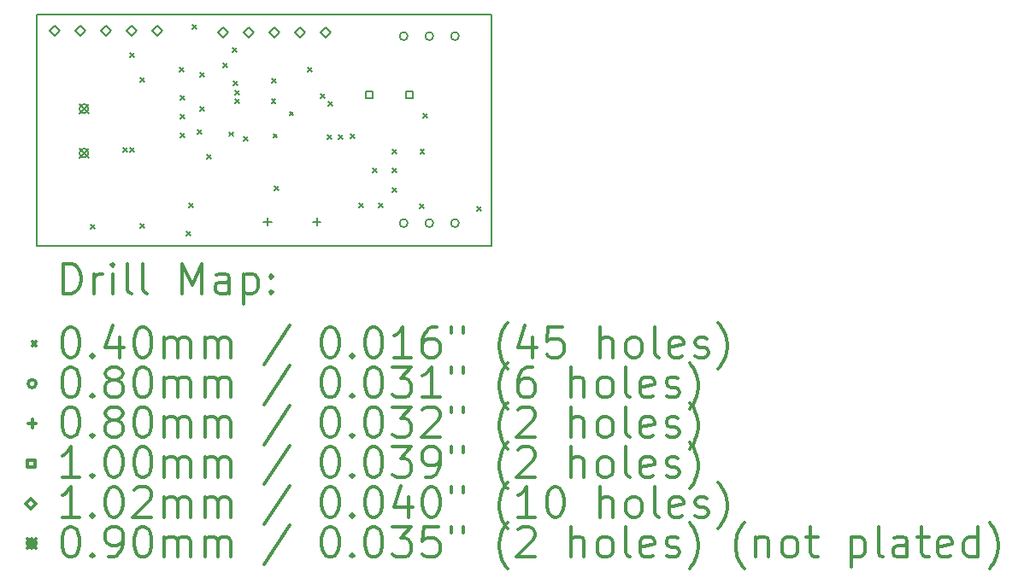
<source format=gbr>
%FSLAX45Y45*%
G04 Gerber Fmt 4.5, Leading zero omitted, Abs format (unit mm)*
G04 Created by KiCad (PCBNEW 4.0.2+dfsg1-stable) date 2017年08月28日 星期一 15时15分45秒*
%MOMM*%
G01*
G04 APERTURE LIST*
%ADD10C,0.127000*%
%ADD11C,0.150000*%
%ADD12C,0.200000*%
%ADD13C,0.300000*%
G04 APERTURE END LIST*
D10*
D11*
X9017000Y-10146000D02*
X13517000Y-10146000D01*
X9017000Y-12446000D02*
X9017000Y-10146000D01*
X13517000Y-12446000D02*
X9017000Y-12446000D01*
X13517000Y-10146000D02*
X13517000Y-12446000D01*
D12*
X9552600Y-12235500D02*
X9592600Y-12275500D01*
X9592600Y-12235500D02*
X9552600Y-12275500D01*
X9873300Y-11473500D02*
X9913300Y-11513500D01*
X9913300Y-11473500D02*
X9873300Y-11513500D01*
X9936800Y-11473500D02*
X9976800Y-11513500D01*
X9976800Y-11473500D02*
X9936800Y-11513500D01*
X9941500Y-10533700D02*
X9981500Y-10573700D01*
X9981500Y-10533700D02*
X9941500Y-10573700D01*
X10038400Y-10775000D02*
X10078400Y-10815000D01*
X10078400Y-10775000D02*
X10038400Y-10815000D01*
X10038400Y-12222800D02*
X10078400Y-12262800D01*
X10078400Y-12222800D02*
X10038400Y-12262800D01*
X10432100Y-10673400D02*
X10472100Y-10713400D01*
X10472100Y-10673400D02*
X10432100Y-10713400D01*
X10439592Y-11326688D02*
X10479592Y-11366688D01*
X10479592Y-11326688D02*
X10439592Y-11366688D01*
X10440100Y-10952800D02*
X10480100Y-10992800D01*
X10480100Y-10952800D02*
X10440100Y-10992800D01*
X10440100Y-11143300D02*
X10480100Y-11183300D01*
X10480100Y-11143300D02*
X10440100Y-11183300D01*
X10495600Y-12299000D02*
X10535600Y-12339000D01*
X10535600Y-12299000D02*
X10495600Y-12339000D01*
X10521000Y-12019600D02*
X10561000Y-12059600D01*
X10561000Y-12019600D02*
X10521000Y-12059600D01*
X10559100Y-10254300D02*
X10599100Y-10294300D01*
X10599100Y-10254300D02*
X10559100Y-10294300D01*
X10609900Y-11295700D02*
X10649900Y-11335700D01*
X10649900Y-11295700D02*
X10609900Y-11335700D01*
X10635300Y-10724200D02*
X10675300Y-10764200D01*
X10675300Y-10724200D02*
X10635300Y-10764200D01*
X10635300Y-11067100D02*
X10675300Y-11107100D01*
X10675300Y-11067100D02*
X10635300Y-11107100D01*
X10698800Y-11537000D02*
X10738800Y-11577000D01*
X10738800Y-11537000D02*
X10698800Y-11577000D01*
X10863900Y-10635300D02*
X10903900Y-10675300D01*
X10903900Y-10635300D02*
X10863900Y-10675300D01*
X10921050Y-11314750D02*
X10961050Y-11354750D01*
X10961050Y-11314750D02*
X10921050Y-11354750D01*
X10952800Y-10482900D02*
X10992800Y-10522900D01*
X10992800Y-10482900D02*
X10952800Y-10522900D01*
X10965500Y-10813100D02*
X11005500Y-10853100D01*
X11005500Y-10813100D02*
X10965500Y-10853100D01*
X10978200Y-10902000D02*
X11018200Y-10942000D01*
X11018200Y-10902000D02*
X10978200Y-10942000D01*
X10978200Y-10990900D02*
X11018200Y-11030900D01*
X11018200Y-10990900D02*
X10978200Y-11030900D01*
X11067100Y-11359200D02*
X11107100Y-11399200D01*
X11107100Y-11359200D02*
X11067100Y-11399200D01*
X11340150Y-10990900D02*
X11380150Y-11030900D01*
X11380150Y-10990900D02*
X11340150Y-11030900D01*
X11346500Y-10787700D02*
X11386500Y-10827700D01*
X11386500Y-10787700D02*
X11346500Y-10827700D01*
X11357200Y-11331800D02*
X11397200Y-11371800D01*
X11397200Y-11331800D02*
X11357200Y-11371800D01*
X11371900Y-11854500D02*
X11411900Y-11894500D01*
X11411900Y-11854500D02*
X11371900Y-11894500D01*
X11517950Y-11111550D02*
X11557950Y-11151550D01*
X11557950Y-11111550D02*
X11517950Y-11151550D01*
X11702100Y-10673400D02*
X11742100Y-10713400D01*
X11742100Y-10673400D02*
X11702100Y-10713400D01*
X11829100Y-10940100D02*
X11869100Y-10980100D01*
X11869100Y-10940100D02*
X11829100Y-10980100D01*
X11892600Y-11346500D02*
X11932600Y-11386500D01*
X11932600Y-11346500D02*
X11892600Y-11386500D01*
X11905300Y-11016300D02*
X11945300Y-11056300D01*
X11945300Y-11016300D02*
X11905300Y-11056300D01*
X12006900Y-11346500D02*
X12046900Y-11386500D01*
X12046900Y-11346500D02*
X12006900Y-11386500D01*
X12121200Y-11333800D02*
X12161200Y-11373800D01*
X12161200Y-11333800D02*
X12121200Y-11373800D01*
X12210100Y-12019600D02*
X12250100Y-12059600D01*
X12250100Y-12019600D02*
X12210100Y-12059600D01*
X12345100Y-11676700D02*
X12385100Y-11716700D01*
X12385100Y-11676700D02*
X12345100Y-11716700D01*
X12400600Y-12019600D02*
X12440600Y-12059600D01*
X12440600Y-12019600D02*
X12400600Y-12059600D01*
X12540300Y-11486200D02*
X12580300Y-11526200D01*
X12580300Y-11486200D02*
X12540300Y-11526200D01*
X12540300Y-11676700D02*
X12580300Y-11716700D01*
X12580300Y-11676700D02*
X12540300Y-11716700D01*
X12540300Y-11867200D02*
X12580300Y-11907200D01*
X12580300Y-11867200D02*
X12540300Y-11907200D01*
X12807000Y-12032300D02*
X12847000Y-12072300D01*
X12847000Y-12032300D02*
X12807000Y-12072300D01*
X12815000Y-11486200D02*
X12855000Y-11526200D01*
X12855000Y-11486200D02*
X12815000Y-11526200D01*
X12845100Y-11130600D02*
X12885100Y-11170600D01*
X12885100Y-11130600D02*
X12845100Y-11170600D01*
X13378500Y-12057700D02*
X13418500Y-12097700D01*
X13418500Y-12057700D02*
X13378500Y-12097700D01*
X12689200Y-10363200D02*
G75*
G03X12689200Y-10363200I-40000J0D01*
G01*
X12689200Y-12217400D02*
G75*
G03X12689200Y-12217400I-40000J0D01*
G01*
X12943200Y-10363200D02*
G75*
G03X12943200Y-10363200I-40000J0D01*
G01*
X12943200Y-12217400D02*
G75*
G03X12943200Y-12217400I-40000J0D01*
G01*
X13197200Y-10363200D02*
G75*
G03X13197200Y-10363200I-40000J0D01*
G01*
X13197200Y-12217400D02*
G75*
G03X13197200Y-12217400I-40000J0D01*
G01*
X11300206Y-12164695D02*
X11300206Y-12244705D01*
X11260201Y-12204700D02*
X11340211Y-12204700D01*
X11788394Y-12164695D02*
X11788394Y-12244705D01*
X11748389Y-12204700D02*
X11828399Y-12204700D01*
X12344882Y-10982783D02*
X12344882Y-10912018D01*
X12274117Y-10912018D01*
X12274117Y-10982783D01*
X12344882Y-10982783D01*
X12744882Y-10982783D02*
X12744882Y-10912018D01*
X12674117Y-10912018D01*
X12674117Y-10982783D01*
X12744882Y-10982783D01*
X9194800Y-10363200D02*
X9245600Y-10312400D01*
X9194800Y-10261600D01*
X9144000Y-10312400D01*
X9194800Y-10363200D01*
X9448800Y-10363200D02*
X9499600Y-10312400D01*
X9448800Y-10261600D01*
X9398000Y-10312400D01*
X9448800Y-10363200D01*
X9702800Y-10363200D02*
X9753600Y-10312400D01*
X9702800Y-10261600D01*
X9652000Y-10312400D01*
X9702800Y-10363200D01*
X9956800Y-10363200D02*
X10007600Y-10312400D01*
X9956800Y-10261600D01*
X9906000Y-10312400D01*
X9956800Y-10363200D01*
X10210800Y-10363200D02*
X10261600Y-10312400D01*
X10210800Y-10261600D01*
X10160000Y-10312400D01*
X10210800Y-10363200D01*
X10858500Y-10375900D02*
X10909300Y-10325100D01*
X10858500Y-10274300D01*
X10807700Y-10325100D01*
X10858500Y-10375900D01*
X11112500Y-10375900D02*
X11163300Y-10325100D01*
X11112500Y-10274300D01*
X11061700Y-10325100D01*
X11112500Y-10375900D01*
X11366500Y-10375900D02*
X11417300Y-10325100D01*
X11366500Y-10274300D01*
X11315700Y-10325100D01*
X11366500Y-10375900D01*
X11620500Y-10375900D02*
X11671300Y-10325100D01*
X11620500Y-10274300D01*
X11569700Y-10325100D01*
X11620500Y-10375900D01*
X11874500Y-10375900D02*
X11925300Y-10325100D01*
X11874500Y-10274300D01*
X11823700Y-10325100D01*
X11874500Y-10375900D01*
X9438132Y-11038078D02*
X9528048Y-11127994D01*
X9528048Y-11038078D02*
X9438132Y-11127994D01*
X9528048Y-11083036D02*
G75*
G03X9528048Y-11083036I-44958J0D01*
G01*
X9438132Y-11478006D02*
X9528048Y-11567922D01*
X9528048Y-11478006D02*
X9438132Y-11567922D01*
X9528048Y-11522964D02*
G75*
G03X9528048Y-11522964I-44958J0D01*
G01*
D13*
X9280929Y-12919214D02*
X9280929Y-12619214D01*
X9352357Y-12619214D01*
X9395214Y-12633500D01*
X9423786Y-12662071D01*
X9438071Y-12690643D01*
X9452357Y-12747786D01*
X9452357Y-12790643D01*
X9438071Y-12847786D01*
X9423786Y-12876357D01*
X9395214Y-12904929D01*
X9352357Y-12919214D01*
X9280929Y-12919214D01*
X9580929Y-12919214D02*
X9580929Y-12719214D01*
X9580929Y-12776357D02*
X9595214Y-12747786D01*
X9609500Y-12733500D01*
X9638071Y-12719214D01*
X9666643Y-12719214D01*
X9766643Y-12919214D02*
X9766643Y-12719214D01*
X9766643Y-12619214D02*
X9752357Y-12633500D01*
X9766643Y-12647786D01*
X9780929Y-12633500D01*
X9766643Y-12619214D01*
X9766643Y-12647786D01*
X9952357Y-12919214D02*
X9923786Y-12904929D01*
X9909500Y-12876357D01*
X9909500Y-12619214D01*
X10109500Y-12919214D02*
X10080929Y-12904929D01*
X10066643Y-12876357D01*
X10066643Y-12619214D01*
X10452357Y-12919214D02*
X10452357Y-12619214D01*
X10552357Y-12833500D01*
X10652357Y-12619214D01*
X10652357Y-12919214D01*
X10923786Y-12919214D02*
X10923786Y-12762071D01*
X10909500Y-12733500D01*
X10880929Y-12719214D01*
X10823786Y-12719214D01*
X10795214Y-12733500D01*
X10923786Y-12904929D02*
X10895214Y-12919214D01*
X10823786Y-12919214D01*
X10795214Y-12904929D01*
X10780929Y-12876357D01*
X10780929Y-12847786D01*
X10795214Y-12819214D01*
X10823786Y-12804929D01*
X10895214Y-12804929D01*
X10923786Y-12790643D01*
X11066643Y-12719214D02*
X11066643Y-13019214D01*
X11066643Y-12733500D02*
X11095214Y-12719214D01*
X11152357Y-12719214D01*
X11180929Y-12733500D01*
X11195214Y-12747786D01*
X11209500Y-12776357D01*
X11209500Y-12862071D01*
X11195214Y-12890643D01*
X11180929Y-12904929D01*
X11152357Y-12919214D01*
X11095214Y-12919214D01*
X11066643Y-12904929D01*
X11338071Y-12890643D02*
X11352357Y-12904929D01*
X11338071Y-12919214D01*
X11323786Y-12904929D01*
X11338071Y-12890643D01*
X11338071Y-12919214D01*
X11338071Y-12733500D02*
X11352357Y-12747786D01*
X11338071Y-12762071D01*
X11323786Y-12747786D01*
X11338071Y-12733500D01*
X11338071Y-12762071D01*
X8969500Y-13393500D02*
X9009500Y-13433500D01*
X9009500Y-13393500D02*
X8969500Y-13433500D01*
X9338071Y-13249214D02*
X9366643Y-13249214D01*
X9395214Y-13263500D01*
X9409500Y-13277786D01*
X9423786Y-13306357D01*
X9438071Y-13363500D01*
X9438071Y-13434929D01*
X9423786Y-13492071D01*
X9409500Y-13520643D01*
X9395214Y-13534929D01*
X9366643Y-13549214D01*
X9338071Y-13549214D01*
X9309500Y-13534929D01*
X9295214Y-13520643D01*
X9280929Y-13492071D01*
X9266643Y-13434929D01*
X9266643Y-13363500D01*
X9280929Y-13306357D01*
X9295214Y-13277786D01*
X9309500Y-13263500D01*
X9338071Y-13249214D01*
X9566643Y-13520643D02*
X9580929Y-13534929D01*
X9566643Y-13549214D01*
X9552357Y-13534929D01*
X9566643Y-13520643D01*
X9566643Y-13549214D01*
X9838071Y-13349214D02*
X9838071Y-13549214D01*
X9766643Y-13234929D02*
X9695214Y-13449214D01*
X9880928Y-13449214D01*
X10052357Y-13249214D02*
X10080929Y-13249214D01*
X10109500Y-13263500D01*
X10123786Y-13277786D01*
X10138071Y-13306357D01*
X10152357Y-13363500D01*
X10152357Y-13434929D01*
X10138071Y-13492071D01*
X10123786Y-13520643D01*
X10109500Y-13534929D01*
X10080929Y-13549214D01*
X10052357Y-13549214D01*
X10023786Y-13534929D01*
X10009500Y-13520643D01*
X9995214Y-13492071D01*
X9980929Y-13434929D01*
X9980929Y-13363500D01*
X9995214Y-13306357D01*
X10009500Y-13277786D01*
X10023786Y-13263500D01*
X10052357Y-13249214D01*
X10280929Y-13549214D02*
X10280929Y-13349214D01*
X10280929Y-13377786D02*
X10295214Y-13363500D01*
X10323786Y-13349214D01*
X10366643Y-13349214D01*
X10395214Y-13363500D01*
X10409500Y-13392071D01*
X10409500Y-13549214D01*
X10409500Y-13392071D02*
X10423786Y-13363500D01*
X10452357Y-13349214D01*
X10495214Y-13349214D01*
X10523786Y-13363500D01*
X10538071Y-13392071D01*
X10538071Y-13549214D01*
X10680929Y-13549214D02*
X10680929Y-13349214D01*
X10680929Y-13377786D02*
X10695214Y-13363500D01*
X10723786Y-13349214D01*
X10766643Y-13349214D01*
X10795214Y-13363500D01*
X10809500Y-13392071D01*
X10809500Y-13549214D01*
X10809500Y-13392071D02*
X10823786Y-13363500D01*
X10852357Y-13349214D01*
X10895214Y-13349214D01*
X10923786Y-13363500D01*
X10938071Y-13392071D01*
X10938071Y-13549214D01*
X11523786Y-13234929D02*
X11266643Y-13620643D01*
X11909500Y-13249214D02*
X11938071Y-13249214D01*
X11966643Y-13263500D01*
X11980928Y-13277786D01*
X11995214Y-13306357D01*
X12009500Y-13363500D01*
X12009500Y-13434929D01*
X11995214Y-13492071D01*
X11980928Y-13520643D01*
X11966643Y-13534929D01*
X11938071Y-13549214D01*
X11909500Y-13549214D01*
X11880928Y-13534929D01*
X11866643Y-13520643D01*
X11852357Y-13492071D01*
X11838071Y-13434929D01*
X11838071Y-13363500D01*
X11852357Y-13306357D01*
X11866643Y-13277786D01*
X11880928Y-13263500D01*
X11909500Y-13249214D01*
X12138071Y-13520643D02*
X12152357Y-13534929D01*
X12138071Y-13549214D01*
X12123786Y-13534929D01*
X12138071Y-13520643D01*
X12138071Y-13549214D01*
X12338071Y-13249214D02*
X12366643Y-13249214D01*
X12395214Y-13263500D01*
X12409500Y-13277786D01*
X12423785Y-13306357D01*
X12438071Y-13363500D01*
X12438071Y-13434929D01*
X12423785Y-13492071D01*
X12409500Y-13520643D01*
X12395214Y-13534929D01*
X12366643Y-13549214D01*
X12338071Y-13549214D01*
X12309500Y-13534929D01*
X12295214Y-13520643D01*
X12280928Y-13492071D01*
X12266643Y-13434929D01*
X12266643Y-13363500D01*
X12280928Y-13306357D01*
X12295214Y-13277786D01*
X12309500Y-13263500D01*
X12338071Y-13249214D01*
X12723785Y-13549214D02*
X12552357Y-13549214D01*
X12638071Y-13549214D02*
X12638071Y-13249214D01*
X12609500Y-13292071D01*
X12580928Y-13320643D01*
X12552357Y-13334929D01*
X12980928Y-13249214D02*
X12923785Y-13249214D01*
X12895214Y-13263500D01*
X12880928Y-13277786D01*
X12852357Y-13320643D01*
X12838071Y-13377786D01*
X12838071Y-13492071D01*
X12852357Y-13520643D01*
X12866643Y-13534929D01*
X12895214Y-13549214D01*
X12952357Y-13549214D01*
X12980928Y-13534929D01*
X12995214Y-13520643D01*
X13009500Y-13492071D01*
X13009500Y-13420643D01*
X12995214Y-13392071D01*
X12980928Y-13377786D01*
X12952357Y-13363500D01*
X12895214Y-13363500D01*
X12866643Y-13377786D01*
X12852357Y-13392071D01*
X12838071Y-13420643D01*
X13123786Y-13249214D02*
X13123786Y-13306357D01*
X13238071Y-13249214D02*
X13238071Y-13306357D01*
X13680928Y-13663500D02*
X13666643Y-13649214D01*
X13638071Y-13606357D01*
X13623785Y-13577786D01*
X13609500Y-13534929D01*
X13595214Y-13463500D01*
X13595214Y-13406357D01*
X13609500Y-13334929D01*
X13623785Y-13292071D01*
X13638071Y-13263500D01*
X13666643Y-13220643D01*
X13680928Y-13206357D01*
X13923785Y-13349214D02*
X13923785Y-13549214D01*
X13852357Y-13234929D02*
X13780928Y-13449214D01*
X13966643Y-13449214D01*
X14223785Y-13249214D02*
X14080928Y-13249214D01*
X14066643Y-13392071D01*
X14080928Y-13377786D01*
X14109500Y-13363500D01*
X14180928Y-13363500D01*
X14209500Y-13377786D01*
X14223785Y-13392071D01*
X14238071Y-13420643D01*
X14238071Y-13492071D01*
X14223785Y-13520643D01*
X14209500Y-13534929D01*
X14180928Y-13549214D01*
X14109500Y-13549214D01*
X14080928Y-13534929D01*
X14066643Y-13520643D01*
X14595214Y-13549214D02*
X14595214Y-13249214D01*
X14723785Y-13549214D02*
X14723785Y-13392071D01*
X14709500Y-13363500D01*
X14680928Y-13349214D01*
X14638071Y-13349214D01*
X14609500Y-13363500D01*
X14595214Y-13377786D01*
X14909500Y-13549214D02*
X14880928Y-13534929D01*
X14866643Y-13520643D01*
X14852357Y-13492071D01*
X14852357Y-13406357D01*
X14866643Y-13377786D01*
X14880928Y-13363500D01*
X14909500Y-13349214D01*
X14952357Y-13349214D01*
X14980928Y-13363500D01*
X14995214Y-13377786D01*
X15009500Y-13406357D01*
X15009500Y-13492071D01*
X14995214Y-13520643D01*
X14980928Y-13534929D01*
X14952357Y-13549214D01*
X14909500Y-13549214D01*
X15180928Y-13549214D02*
X15152357Y-13534929D01*
X15138071Y-13506357D01*
X15138071Y-13249214D01*
X15409500Y-13534929D02*
X15380928Y-13549214D01*
X15323786Y-13549214D01*
X15295214Y-13534929D01*
X15280928Y-13506357D01*
X15280928Y-13392071D01*
X15295214Y-13363500D01*
X15323786Y-13349214D01*
X15380928Y-13349214D01*
X15409500Y-13363500D01*
X15423786Y-13392071D01*
X15423786Y-13420643D01*
X15280928Y-13449214D01*
X15538071Y-13534929D02*
X15566643Y-13549214D01*
X15623786Y-13549214D01*
X15652357Y-13534929D01*
X15666643Y-13506357D01*
X15666643Y-13492071D01*
X15652357Y-13463500D01*
X15623786Y-13449214D01*
X15580928Y-13449214D01*
X15552357Y-13434929D01*
X15538071Y-13406357D01*
X15538071Y-13392071D01*
X15552357Y-13363500D01*
X15580928Y-13349214D01*
X15623786Y-13349214D01*
X15652357Y-13363500D01*
X15766643Y-13663500D02*
X15780928Y-13649214D01*
X15809500Y-13606357D01*
X15823786Y-13577786D01*
X15838071Y-13534929D01*
X15852357Y-13463500D01*
X15852357Y-13406357D01*
X15838071Y-13334929D01*
X15823786Y-13292071D01*
X15809500Y-13263500D01*
X15780928Y-13220643D01*
X15766643Y-13206357D01*
X9009500Y-13809500D02*
G75*
G03X9009500Y-13809500I-40000J0D01*
G01*
X9338071Y-13645214D02*
X9366643Y-13645214D01*
X9395214Y-13659500D01*
X9409500Y-13673786D01*
X9423786Y-13702357D01*
X9438071Y-13759500D01*
X9438071Y-13830929D01*
X9423786Y-13888071D01*
X9409500Y-13916643D01*
X9395214Y-13930929D01*
X9366643Y-13945214D01*
X9338071Y-13945214D01*
X9309500Y-13930929D01*
X9295214Y-13916643D01*
X9280929Y-13888071D01*
X9266643Y-13830929D01*
X9266643Y-13759500D01*
X9280929Y-13702357D01*
X9295214Y-13673786D01*
X9309500Y-13659500D01*
X9338071Y-13645214D01*
X9566643Y-13916643D02*
X9580929Y-13930929D01*
X9566643Y-13945214D01*
X9552357Y-13930929D01*
X9566643Y-13916643D01*
X9566643Y-13945214D01*
X9752357Y-13773786D02*
X9723786Y-13759500D01*
X9709500Y-13745214D01*
X9695214Y-13716643D01*
X9695214Y-13702357D01*
X9709500Y-13673786D01*
X9723786Y-13659500D01*
X9752357Y-13645214D01*
X9809500Y-13645214D01*
X9838071Y-13659500D01*
X9852357Y-13673786D01*
X9866643Y-13702357D01*
X9866643Y-13716643D01*
X9852357Y-13745214D01*
X9838071Y-13759500D01*
X9809500Y-13773786D01*
X9752357Y-13773786D01*
X9723786Y-13788071D01*
X9709500Y-13802357D01*
X9695214Y-13830929D01*
X9695214Y-13888071D01*
X9709500Y-13916643D01*
X9723786Y-13930929D01*
X9752357Y-13945214D01*
X9809500Y-13945214D01*
X9838071Y-13930929D01*
X9852357Y-13916643D01*
X9866643Y-13888071D01*
X9866643Y-13830929D01*
X9852357Y-13802357D01*
X9838071Y-13788071D01*
X9809500Y-13773786D01*
X10052357Y-13645214D02*
X10080929Y-13645214D01*
X10109500Y-13659500D01*
X10123786Y-13673786D01*
X10138071Y-13702357D01*
X10152357Y-13759500D01*
X10152357Y-13830929D01*
X10138071Y-13888071D01*
X10123786Y-13916643D01*
X10109500Y-13930929D01*
X10080929Y-13945214D01*
X10052357Y-13945214D01*
X10023786Y-13930929D01*
X10009500Y-13916643D01*
X9995214Y-13888071D01*
X9980929Y-13830929D01*
X9980929Y-13759500D01*
X9995214Y-13702357D01*
X10009500Y-13673786D01*
X10023786Y-13659500D01*
X10052357Y-13645214D01*
X10280929Y-13945214D02*
X10280929Y-13745214D01*
X10280929Y-13773786D02*
X10295214Y-13759500D01*
X10323786Y-13745214D01*
X10366643Y-13745214D01*
X10395214Y-13759500D01*
X10409500Y-13788071D01*
X10409500Y-13945214D01*
X10409500Y-13788071D02*
X10423786Y-13759500D01*
X10452357Y-13745214D01*
X10495214Y-13745214D01*
X10523786Y-13759500D01*
X10538071Y-13788071D01*
X10538071Y-13945214D01*
X10680929Y-13945214D02*
X10680929Y-13745214D01*
X10680929Y-13773786D02*
X10695214Y-13759500D01*
X10723786Y-13745214D01*
X10766643Y-13745214D01*
X10795214Y-13759500D01*
X10809500Y-13788071D01*
X10809500Y-13945214D01*
X10809500Y-13788071D02*
X10823786Y-13759500D01*
X10852357Y-13745214D01*
X10895214Y-13745214D01*
X10923786Y-13759500D01*
X10938071Y-13788071D01*
X10938071Y-13945214D01*
X11523786Y-13630929D02*
X11266643Y-14016643D01*
X11909500Y-13645214D02*
X11938071Y-13645214D01*
X11966643Y-13659500D01*
X11980928Y-13673786D01*
X11995214Y-13702357D01*
X12009500Y-13759500D01*
X12009500Y-13830929D01*
X11995214Y-13888071D01*
X11980928Y-13916643D01*
X11966643Y-13930929D01*
X11938071Y-13945214D01*
X11909500Y-13945214D01*
X11880928Y-13930929D01*
X11866643Y-13916643D01*
X11852357Y-13888071D01*
X11838071Y-13830929D01*
X11838071Y-13759500D01*
X11852357Y-13702357D01*
X11866643Y-13673786D01*
X11880928Y-13659500D01*
X11909500Y-13645214D01*
X12138071Y-13916643D02*
X12152357Y-13930929D01*
X12138071Y-13945214D01*
X12123786Y-13930929D01*
X12138071Y-13916643D01*
X12138071Y-13945214D01*
X12338071Y-13645214D02*
X12366643Y-13645214D01*
X12395214Y-13659500D01*
X12409500Y-13673786D01*
X12423785Y-13702357D01*
X12438071Y-13759500D01*
X12438071Y-13830929D01*
X12423785Y-13888071D01*
X12409500Y-13916643D01*
X12395214Y-13930929D01*
X12366643Y-13945214D01*
X12338071Y-13945214D01*
X12309500Y-13930929D01*
X12295214Y-13916643D01*
X12280928Y-13888071D01*
X12266643Y-13830929D01*
X12266643Y-13759500D01*
X12280928Y-13702357D01*
X12295214Y-13673786D01*
X12309500Y-13659500D01*
X12338071Y-13645214D01*
X12538071Y-13645214D02*
X12723785Y-13645214D01*
X12623785Y-13759500D01*
X12666643Y-13759500D01*
X12695214Y-13773786D01*
X12709500Y-13788071D01*
X12723785Y-13816643D01*
X12723785Y-13888071D01*
X12709500Y-13916643D01*
X12695214Y-13930929D01*
X12666643Y-13945214D01*
X12580928Y-13945214D01*
X12552357Y-13930929D01*
X12538071Y-13916643D01*
X13009500Y-13945214D02*
X12838071Y-13945214D01*
X12923785Y-13945214D02*
X12923785Y-13645214D01*
X12895214Y-13688071D01*
X12866643Y-13716643D01*
X12838071Y-13730929D01*
X13123786Y-13645214D02*
X13123786Y-13702357D01*
X13238071Y-13645214D02*
X13238071Y-13702357D01*
X13680928Y-14059500D02*
X13666643Y-14045214D01*
X13638071Y-14002357D01*
X13623785Y-13973786D01*
X13609500Y-13930929D01*
X13595214Y-13859500D01*
X13595214Y-13802357D01*
X13609500Y-13730929D01*
X13623785Y-13688071D01*
X13638071Y-13659500D01*
X13666643Y-13616643D01*
X13680928Y-13602357D01*
X13923785Y-13645214D02*
X13866643Y-13645214D01*
X13838071Y-13659500D01*
X13823785Y-13673786D01*
X13795214Y-13716643D01*
X13780928Y-13773786D01*
X13780928Y-13888071D01*
X13795214Y-13916643D01*
X13809500Y-13930929D01*
X13838071Y-13945214D01*
X13895214Y-13945214D01*
X13923785Y-13930929D01*
X13938071Y-13916643D01*
X13952357Y-13888071D01*
X13952357Y-13816643D01*
X13938071Y-13788071D01*
X13923785Y-13773786D01*
X13895214Y-13759500D01*
X13838071Y-13759500D01*
X13809500Y-13773786D01*
X13795214Y-13788071D01*
X13780928Y-13816643D01*
X14309500Y-13945214D02*
X14309500Y-13645214D01*
X14438071Y-13945214D02*
X14438071Y-13788071D01*
X14423785Y-13759500D01*
X14395214Y-13745214D01*
X14352357Y-13745214D01*
X14323785Y-13759500D01*
X14309500Y-13773786D01*
X14623785Y-13945214D02*
X14595214Y-13930929D01*
X14580928Y-13916643D01*
X14566643Y-13888071D01*
X14566643Y-13802357D01*
X14580928Y-13773786D01*
X14595214Y-13759500D01*
X14623785Y-13745214D01*
X14666643Y-13745214D01*
X14695214Y-13759500D01*
X14709500Y-13773786D01*
X14723785Y-13802357D01*
X14723785Y-13888071D01*
X14709500Y-13916643D01*
X14695214Y-13930929D01*
X14666643Y-13945214D01*
X14623785Y-13945214D01*
X14895214Y-13945214D02*
X14866643Y-13930929D01*
X14852357Y-13902357D01*
X14852357Y-13645214D01*
X15123786Y-13930929D02*
X15095214Y-13945214D01*
X15038071Y-13945214D01*
X15009500Y-13930929D01*
X14995214Y-13902357D01*
X14995214Y-13788071D01*
X15009500Y-13759500D01*
X15038071Y-13745214D01*
X15095214Y-13745214D01*
X15123786Y-13759500D01*
X15138071Y-13788071D01*
X15138071Y-13816643D01*
X14995214Y-13845214D01*
X15252357Y-13930929D02*
X15280928Y-13945214D01*
X15338071Y-13945214D01*
X15366643Y-13930929D01*
X15380928Y-13902357D01*
X15380928Y-13888071D01*
X15366643Y-13859500D01*
X15338071Y-13845214D01*
X15295214Y-13845214D01*
X15266643Y-13830929D01*
X15252357Y-13802357D01*
X15252357Y-13788071D01*
X15266643Y-13759500D01*
X15295214Y-13745214D01*
X15338071Y-13745214D01*
X15366643Y-13759500D01*
X15480928Y-14059500D02*
X15495214Y-14045214D01*
X15523786Y-14002357D01*
X15538071Y-13973786D01*
X15552357Y-13930929D01*
X15566643Y-13859500D01*
X15566643Y-13802357D01*
X15552357Y-13730929D01*
X15538071Y-13688071D01*
X15523786Y-13659500D01*
X15495214Y-13616643D01*
X15480928Y-13602357D01*
X8969495Y-14165495D02*
X8969495Y-14245505D01*
X8929490Y-14205500D02*
X9009500Y-14205500D01*
X9338071Y-14041214D02*
X9366643Y-14041214D01*
X9395214Y-14055500D01*
X9409500Y-14069786D01*
X9423786Y-14098357D01*
X9438071Y-14155500D01*
X9438071Y-14226929D01*
X9423786Y-14284071D01*
X9409500Y-14312643D01*
X9395214Y-14326929D01*
X9366643Y-14341214D01*
X9338071Y-14341214D01*
X9309500Y-14326929D01*
X9295214Y-14312643D01*
X9280929Y-14284071D01*
X9266643Y-14226929D01*
X9266643Y-14155500D01*
X9280929Y-14098357D01*
X9295214Y-14069786D01*
X9309500Y-14055500D01*
X9338071Y-14041214D01*
X9566643Y-14312643D02*
X9580929Y-14326929D01*
X9566643Y-14341214D01*
X9552357Y-14326929D01*
X9566643Y-14312643D01*
X9566643Y-14341214D01*
X9752357Y-14169786D02*
X9723786Y-14155500D01*
X9709500Y-14141214D01*
X9695214Y-14112643D01*
X9695214Y-14098357D01*
X9709500Y-14069786D01*
X9723786Y-14055500D01*
X9752357Y-14041214D01*
X9809500Y-14041214D01*
X9838071Y-14055500D01*
X9852357Y-14069786D01*
X9866643Y-14098357D01*
X9866643Y-14112643D01*
X9852357Y-14141214D01*
X9838071Y-14155500D01*
X9809500Y-14169786D01*
X9752357Y-14169786D01*
X9723786Y-14184071D01*
X9709500Y-14198357D01*
X9695214Y-14226929D01*
X9695214Y-14284071D01*
X9709500Y-14312643D01*
X9723786Y-14326929D01*
X9752357Y-14341214D01*
X9809500Y-14341214D01*
X9838071Y-14326929D01*
X9852357Y-14312643D01*
X9866643Y-14284071D01*
X9866643Y-14226929D01*
X9852357Y-14198357D01*
X9838071Y-14184071D01*
X9809500Y-14169786D01*
X10052357Y-14041214D02*
X10080929Y-14041214D01*
X10109500Y-14055500D01*
X10123786Y-14069786D01*
X10138071Y-14098357D01*
X10152357Y-14155500D01*
X10152357Y-14226929D01*
X10138071Y-14284071D01*
X10123786Y-14312643D01*
X10109500Y-14326929D01*
X10080929Y-14341214D01*
X10052357Y-14341214D01*
X10023786Y-14326929D01*
X10009500Y-14312643D01*
X9995214Y-14284071D01*
X9980929Y-14226929D01*
X9980929Y-14155500D01*
X9995214Y-14098357D01*
X10009500Y-14069786D01*
X10023786Y-14055500D01*
X10052357Y-14041214D01*
X10280929Y-14341214D02*
X10280929Y-14141214D01*
X10280929Y-14169786D02*
X10295214Y-14155500D01*
X10323786Y-14141214D01*
X10366643Y-14141214D01*
X10395214Y-14155500D01*
X10409500Y-14184071D01*
X10409500Y-14341214D01*
X10409500Y-14184071D02*
X10423786Y-14155500D01*
X10452357Y-14141214D01*
X10495214Y-14141214D01*
X10523786Y-14155500D01*
X10538071Y-14184071D01*
X10538071Y-14341214D01*
X10680929Y-14341214D02*
X10680929Y-14141214D01*
X10680929Y-14169786D02*
X10695214Y-14155500D01*
X10723786Y-14141214D01*
X10766643Y-14141214D01*
X10795214Y-14155500D01*
X10809500Y-14184071D01*
X10809500Y-14341214D01*
X10809500Y-14184071D02*
X10823786Y-14155500D01*
X10852357Y-14141214D01*
X10895214Y-14141214D01*
X10923786Y-14155500D01*
X10938071Y-14184071D01*
X10938071Y-14341214D01*
X11523786Y-14026929D02*
X11266643Y-14412643D01*
X11909500Y-14041214D02*
X11938071Y-14041214D01*
X11966643Y-14055500D01*
X11980928Y-14069786D01*
X11995214Y-14098357D01*
X12009500Y-14155500D01*
X12009500Y-14226929D01*
X11995214Y-14284071D01*
X11980928Y-14312643D01*
X11966643Y-14326929D01*
X11938071Y-14341214D01*
X11909500Y-14341214D01*
X11880928Y-14326929D01*
X11866643Y-14312643D01*
X11852357Y-14284071D01*
X11838071Y-14226929D01*
X11838071Y-14155500D01*
X11852357Y-14098357D01*
X11866643Y-14069786D01*
X11880928Y-14055500D01*
X11909500Y-14041214D01*
X12138071Y-14312643D02*
X12152357Y-14326929D01*
X12138071Y-14341214D01*
X12123786Y-14326929D01*
X12138071Y-14312643D01*
X12138071Y-14341214D01*
X12338071Y-14041214D02*
X12366643Y-14041214D01*
X12395214Y-14055500D01*
X12409500Y-14069786D01*
X12423785Y-14098357D01*
X12438071Y-14155500D01*
X12438071Y-14226929D01*
X12423785Y-14284071D01*
X12409500Y-14312643D01*
X12395214Y-14326929D01*
X12366643Y-14341214D01*
X12338071Y-14341214D01*
X12309500Y-14326929D01*
X12295214Y-14312643D01*
X12280928Y-14284071D01*
X12266643Y-14226929D01*
X12266643Y-14155500D01*
X12280928Y-14098357D01*
X12295214Y-14069786D01*
X12309500Y-14055500D01*
X12338071Y-14041214D01*
X12538071Y-14041214D02*
X12723785Y-14041214D01*
X12623785Y-14155500D01*
X12666643Y-14155500D01*
X12695214Y-14169786D01*
X12709500Y-14184071D01*
X12723785Y-14212643D01*
X12723785Y-14284071D01*
X12709500Y-14312643D01*
X12695214Y-14326929D01*
X12666643Y-14341214D01*
X12580928Y-14341214D01*
X12552357Y-14326929D01*
X12538071Y-14312643D01*
X12838071Y-14069786D02*
X12852357Y-14055500D01*
X12880928Y-14041214D01*
X12952357Y-14041214D01*
X12980928Y-14055500D01*
X12995214Y-14069786D01*
X13009500Y-14098357D01*
X13009500Y-14126929D01*
X12995214Y-14169786D01*
X12823785Y-14341214D01*
X13009500Y-14341214D01*
X13123786Y-14041214D02*
X13123786Y-14098357D01*
X13238071Y-14041214D02*
X13238071Y-14098357D01*
X13680928Y-14455500D02*
X13666643Y-14441214D01*
X13638071Y-14398357D01*
X13623785Y-14369786D01*
X13609500Y-14326929D01*
X13595214Y-14255500D01*
X13595214Y-14198357D01*
X13609500Y-14126929D01*
X13623785Y-14084071D01*
X13638071Y-14055500D01*
X13666643Y-14012643D01*
X13680928Y-13998357D01*
X13780928Y-14069786D02*
X13795214Y-14055500D01*
X13823785Y-14041214D01*
X13895214Y-14041214D01*
X13923785Y-14055500D01*
X13938071Y-14069786D01*
X13952357Y-14098357D01*
X13952357Y-14126929D01*
X13938071Y-14169786D01*
X13766643Y-14341214D01*
X13952357Y-14341214D01*
X14309500Y-14341214D02*
X14309500Y-14041214D01*
X14438071Y-14341214D02*
X14438071Y-14184071D01*
X14423785Y-14155500D01*
X14395214Y-14141214D01*
X14352357Y-14141214D01*
X14323785Y-14155500D01*
X14309500Y-14169786D01*
X14623785Y-14341214D02*
X14595214Y-14326929D01*
X14580928Y-14312643D01*
X14566643Y-14284071D01*
X14566643Y-14198357D01*
X14580928Y-14169786D01*
X14595214Y-14155500D01*
X14623785Y-14141214D01*
X14666643Y-14141214D01*
X14695214Y-14155500D01*
X14709500Y-14169786D01*
X14723785Y-14198357D01*
X14723785Y-14284071D01*
X14709500Y-14312643D01*
X14695214Y-14326929D01*
X14666643Y-14341214D01*
X14623785Y-14341214D01*
X14895214Y-14341214D02*
X14866643Y-14326929D01*
X14852357Y-14298357D01*
X14852357Y-14041214D01*
X15123786Y-14326929D02*
X15095214Y-14341214D01*
X15038071Y-14341214D01*
X15009500Y-14326929D01*
X14995214Y-14298357D01*
X14995214Y-14184071D01*
X15009500Y-14155500D01*
X15038071Y-14141214D01*
X15095214Y-14141214D01*
X15123786Y-14155500D01*
X15138071Y-14184071D01*
X15138071Y-14212643D01*
X14995214Y-14241214D01*
X15252357Y-14326929D02*
X15280928Y-14341214D01*
X15338071Y-14341214D01*
X15366643Y-14326929D01*
X15380928Y-14298357D01*
X15380928Y-14284071D01*
X15366643Y-14255500D01*
X15338071Y-14241214D01*
X15295214Y-14241214D01*
X15266643Y-14226929D01*
X15252357Y-14198357D01*
X15252357Y-14184071D01*
X15266643Y-14155500D01*
X15295214Y-14141214D01*
X15338071Y-14141214D01*
X15366643Y-14155500D01*
X15480928Y-14455500D02*
X15495214Y-14441214D01*
X15523786Y-14398357D01*
X15538071Y-14369786D01*
X15552357Y-14326929D01*
X15566643Y-14255500D01*
X15566643Y-14198357D01*
X15552357Y-14126929D01*
X15538071Y-14084071D01*
X15523786Y-14055500D01*
X15495214Y-14012643D01*
X15480928Y-13998357D01*
X8994844Y-14636883D02*
X8994844Y-14566118D01*
X8924079Y-14566118D01*
X8924079Y-14636883D01*
X8994844Y-14636883D01*
X9438071Y-14737214D02*
X9266643Y-14737214D01*
X9352357Y-14737214D02*
X9352357Y-14437214D01*
X9323786Y-14480071D01*
X9295214Y-14508643D01*
X9266643Y-14522929D01*
X9566643Y-14708643D02*
X9580929Y-14722929D01*
X9566643Y-14737214D01*
X9552357Y-14722929D01*
X9566643Y-14708643D01*
X9566643Y-14737214D01*
X9766643Y-14437214D02*
X9795214Y-14437214D01*
X9823786Y-14451500D01*
X9838071Y-14465786D01*
X9852357Y-14494357D01*
X9866643Y-14551500D01*
X9866643Y-14622929D01*
X9852357Y-14680071D01*
X9838071Y-14708643D01*
X9823786Y-14722929D01*
X9795214Y-14737214D01*
X9766643Y-14737214D01*
X9738071Y-14722929D01*
X9723786Y-14708643D01*
X9709500Y-14680071D01*
X9695214Y-14622929D01*
X9695214Y-14551500D01*
X9709500Y-14494357D01*
X9723786Y-14465786D01*
X9738071Y-14451500D01*
X9766643Y-14437214D01*
X10052357Y-14437214D02*
X10080929Y-14437214D01*
X10109500Y-14451500D01*
X10123786Y-14465786D01*
X10138071Y-14494357D01*
X10152357Y-14551500D01*
X10152357Y-14622929D01*
X10138071Y-14680071D01*
X10123786Y-14708643D01*
X10109500Y-14722929D01*
X10080929Y-14737214D01*
X10052357Y-14737214D01*
X10023786Y-14722929D01*
X10009500Y-14708643D01*
X9995214Y-14680071D01*
X9980929Y-14622929D01*
X9980929Y-14551500D01*
X9995214Y-14494357D01*
X10009500Y-14465786D01*
X10023786Y-14451500D01*
X10052357Y-14437214D01*
X10280929Y-14737214D02*
X10280929Y-14537214D01*
X10280929Y-14565786D02*
X10295214Y-14551500D01*
X10323786Y-14537214D01*
X10366643Y-14537214D01*
X10395214Y-14551500D01*
X10409500Y-14580071D01*
X10409500Y-14737214D01*
X10409500Y-14580071D02*
X10423786Y-14551500D01*
X10452357Y-14537214D01*
X10495214Y-14537214D01*
X10523786Y-14551500D01*
X10538071Y-14580071D01*
X10538071Y-14737214D01*
X10680929Y-14737214D02*
X10680929Y-14537214D01*
X10680929Y-14565786D02*
X10695214Y-14551500D01*
X10723786Y-14537214D01*
X10766643Y-14537214D01*
X10795214Y-14551500D01*
X10809500Y-14580071D01*
X10809500Y-14737214D01*
X10809500Y-14580071D02*
X10823786Y-14551500D01*
X10852357Y-14537214D01*
X10895214Y-14537214D01*
X10923786Y-14551500D01*
X10938071Y-14580071D01*
X10938071Y-14737214D01*
X11523786Y-14422929D02*
X11266643Y-14808643D01*
X11909500Y-14437214D02*
X11938071Y-14437214D01*
X11966643Y-14451500D01*
X11980928Y-14465786D01*
X11995214Y-14494357D01*
X12009500Y-14551500D01*
X12009500Y-14622929D01*
X11995214Y-14680071D01*
X11980928Y-14708643D01*
X11966643Y-14722929D01*
X11938071Y-14737214D01*
X11909500Y-14737214D01*
X11880928Y-14722929D01*
X11866643Y-14708643D01*
X11852357Y-14680071D01*
X11838071Y-14622929D01*
X11838071Y-14551500D01*
X11852357Y-14494357D01*
X11866643Y-14465786D01*
X11880928Y-14451500D01*
X11909500Y-14437214D01*
X12138071Y-14708643D02*
X12152357Y-14722929D01*
X12138071Y-14737214D01*
X12123786Y-14722929D01*
X12138071Y-14708643D01*
X12138071Y-14737214D01*
X12338071Y-14437214D02*
X12366643Y-14437214D01*
X12395214Y-14451500D01*
X12409500Y-14465786D01*
X12423785Y-14494357D01*
X12438071Y-14551500D01*
X12438071Y-14622929D01*
X12423785Y-14680071D01*
X12409500Y-14708643D01*
X12395214Y-14722929D01*
X12366643Y-14737214D01*
X12338071Y-14737214D01*
X12309500Y-14722929D01*
X12295214Y-14708643D01*
X12280928Y-14680071D01*
X12266643Y-14622929D01*
X12266643Y-14551500D01*
X12280928Y-14494357D01*
X12295214Y-14465786D01*
X12309500Y-14451500D01*
X12338071Y-14437214D01*
X12538071Y-14437214D02*
X12723785Y-14437214D01*
X12623785Y-14551500D01*
X12666643Y-14551500D01*
X12695214Y-14565786D01*
X12709500Y-14580071D01*
X12723785Y-14608643D01*
X12723785Y-14680071D01*
X12709500Y-14708643D01*
X12695214Y-14722929D01*
X12666643Y-14737214D01*
X12580928Y-14737214D01*
X12552357Y-14722929D01*
X12538071Y-14708643D01*
X12866643Y-14737214D02*
X12923785Y-14737214D01*
X12952357Y-14722929D01*
X12966643Y-14708643D01*
X12995214Y-14665786D01*
X13009500Y-14608643D01*
X13009500Y-14494357D01*
X12995214Y-14465786D01*
X12980928Y-14451500D01*
X12952357Y-14437214D01*
X12895214Y-14437214D01*
X12866643Y-14451500D01*
X12852357Y-14465786D01*
X12838071Y-14494357D01*
X12838071Y-14565786D01*
X12852357Y-14594357D01*
X12866643Y-14608643D01*
X12895214Y-14622929D01*
X12952357Y-14622929D01*
X12980928Y-14608643D01*
X12995214Y-14594357D01*
X13009500Y-14565786D01*
X13123786Y-14437214D02*
X13123786Y-14494357D01*
X13238071Y-14437214D02*
X13238071Y-14494357D01*
X13680928Y-14851500D02*
X13666643Y-14837214D01*
X13638071Y-14794357D01*
X13623785Y-14765786D01*
X13609500Y-14722929D01*
X13595214Y-14651500D01*
X13595214Y-14594357D01*
X13609500Y-14522929D01*
X13623785Y-14480071D01*
X13638071Y-14451500D01*
X13666643Y-14408643D01*
X13680928Y-14394357D01*
X13780928Y-14465786D02*
X13795214Y-14451500D01*
X13823785Y-14437214D01*
X13895214Y-14437214D01*
X13923785Y-14451500D01*
X13938071Y-14465786D01*
X13952357Y-14494357D01*
X13952357Y-14522929D01*
X13938071Y-14565786D01*
X13766643Y-14737214D01*
X13952357Y-14737214D01*
X14309500Y-14737214D02*
X14309500Y-14437214D01*
X14438071Y-14737214D02*
X14438071Y-14580071D01*
X14423785Y-14551500D01*
X14395214Y-14537214D01*
X14352357Y-14537214D01*
X14323785Y-14551500D01*
X14309500Y-14565786D01*
X14623785Y-14737214D02*
X14595214Y-14722929D01*
X14580928Y-14708643D01*
X14566643Y-14680071D01*
X14566643Y-14594357D01*
X14580928Y-14565786D01*
X14595214Y-14551500D01*
X14623785Y-14537214D01*
X14666643Y-14537214D01*
X14695214Y-14551500D01*
X14709500Y-14565786D01*
X14723785Y-14594357D01*
X14723785Y-14680071D01*
X14709500Y-14708643D01*
X14695214Y-14722929D01*
X14666643Y-14737214D01*
X14623785Y-14737214D01*
X14895214Y-14737214D02*
X14866643Y-14722929D01*
X14852357Y-14694357D01*
X14852357Y-14437214D01*
X15123786Y-14722929D02*
X15095214Y-14737214D01*
X15038071Y-14737214D01*
X15009500Y-14722929D01*
X14995214Y-14694357D01*
X14995214Y-14580071D01*
X15009500Y-14551500D01*
X15038071Y-14537214D01*
X15095214Y-14537214D01*
X15123786Y-14551500D01*
X15138071Y-14580071D01*
X15138071Y-14608643D01*
X14995214Y-14637214D01*
X15252357Y-14722929D02*
X15280928Y-14737214D01*
X15338071Y-14737214D01*
X15366643Y-14722929D01*
X15380928Y-14694357D01*
X15380928Y-14680071D01*
X15366643Y-14651500D01*
X15338071Y-14637214D01*
X15295214Y-14637214D01*
X15266643Y-14622929D01*
X15252357Y-14594357D01*
X15252357Y-14580071D01*
X15266643Y-14551500D01*
X15295214Y-14537214D01*
X15338071Y-14537214D01*
X15366643Y-14551500D01*
X15480928Y-14851500D02*
X15495214Y-14837214D01*
X15523786Y-14794357D01*
X15538071Y-14765786D01*
X15552357Y-14722929D01*
X15566643Y-14651500D01*
X15566643Y-14594357D01*
X15552357Y-14522929D01*
X15538071Y-14480071D01*
X15523786Y-14451500D01*
X15495214Y-14408643D01*
X15480928Y-14394357D01*
X8958700Y-15048300D02*
X9009500Y-14997500D01*
X8958700Y-14946700D01*
X8907900Y-14997500D01*
X8958700Y-15048300D01*
X9438071Y-15133214D02*
X9266643Y-15133214D01*
X9352357Y-15133214D02*
X9352357Y-14833214D01*
X9323786Y-14876071D01*
X9295214Y-14904643D01*
X9266643Y-14918929D01*
X9566643Y-15104643D02*
X9580929Y-15118929D01*
X9566643Y-15133214D01*
X9552357Y-15118929D01*
X9566643Y-15104643D01*
X9566643Y-15133214D01*
X9766643Y-14833214D02*
X9795214Y-14833214D01*
X9823786Y-14847500D01*
X9838071Y-14861786D01*
X9852357Y-14890357D01*
X9866643Y-14947500D01*
X9866643Y-15018929D01*
X9852357Y-15076071D01*
X9838071Y-15104643D01*
X9823786Y-15118929D01*
X9795214Y-15133214D01*
X9766643Y-15133214D01*
X9738071Y-15118929D01*
X9723786Y-15104643D01*
X9709500Y-15076071D01*
X9695214Y-15018929D01*
X9695214Y-14947500D01*
X9709500Y-14890357D01*
X9723786Y-14861786D01*
X9738071Y-14847500D01*
X9766643Y-14833214D01*
X9980929Y-14861786D02*
X9995214Y-14847500D01*
X10023786Y-14833214D01*
X10095214Y-14833214D01*
X10123786Y-14847500D01*
X10138071Y-14861786D01*
X10152357Y-14890357D01*
X10152357Y-14918929D01*
X10138071Y-14961786D01*
X9966643Y-15133214D01*
X10152357Y-15133214D01*
X10280929Y-15133214D02*
X10280929Y-14933214D01*
X10280929Y-14961786D02*
X10295214Y-14947500D01*
X10323786Y-14933214D01*
X10366643Y-14933214D01*
X10395214Y-14947500D01*
X10409500Y-14976071D01*
X10409500Y-15133214D01*
X10409500Y-14976071D02*
X10423786Y-14947500D01*
X10452357Y-14933214D01*
X10495214Y-14933214D01*
X10523786Y-14947500D01*
X10538071Y-14976071D01*
X10538071Y-15133214D01*
X10680929Y-15133214D02*
X10680929Y-14933214D01*
X10680929Y-14961786D02*
X10695214Y-14947500D01*
X10723786Y-14933214D01*
X10766643Y-14933214D01*
X10795214Y-14947500D01*
X10809500Y-14976071D01*
X10809500Y-15133214D01*
X10809500Y-14976071D02*
X10823786Y-14947500D01*
X10852357Y-14933214D01*
X10895214Y-14933214D01*
X10923786Y-14947500D01*
X10938071Y-14976071D01*
X10938071Y-15133214D01*
X11523786Y-14818929D02*
X11266643Y-15204643D01*
X11909500Y-14833214D02*
X11938071Y-14833214D01*
X11966643Y-14847500D01*
X11980928Y-14861786D01*
X11995214Y-14890357D01*
X12009500Y-14947500D01*
X12009500Y-15018929D01*
X11995214Y-15076071D01*
X11980928Y-15104643D01*
X11966643Y-15118929D01*
X11938071Y-15133214D01*
X11909500Y-15133214D01*
X11880928Y-15118929D01*
X11866643Y-15104643D01*
X11852357Y-15076071D01*
X11838071Y-15018929D01*
X11838071Y-14947500D01*
X11852357Y-14890357D01*
X11866643Y-14861786D01*
X11880928Y-14847500D01*
X11909500Y-14833214D01*
X12138071Y-15104643D02*
X12152357Y-15118929D01*
X12138071Y-15133214D01*
X12123786Y-15118929D01*
X12138071Y-15104643D01*
X12138071Y-15133214D01*
X12338071Y-14833214D02*
X12366643Y-14833214D01*
X12395214Y-14847500D01*
X12409500Y-14861786D01*
X12423785Y-14890357D01*
X12438071Y-14947500D01*
X12438071Y-15018929D01*
X12423785Y-15076071D01*
X12409500Y-15104643D01*
X12395214Y-15118929D01*
X12366643Y-15133214D01*
X12338071Y-15133214D01*
X12309500Y-15118929D01*
X12295214Y-15104643D01*
X12280928Y-15076071D01*
X12266643Y-15018929D01*
X12266643Y-14947500D01*
X12280928Y-14890357D01*
X12295214Y-14861786D01*
X12309500Y-14847500D01*
X12338071Y-14833214D01*
X12695214Y-14933214D02*
X12695214Y-15133214D01*
X12623785Y-14818929D02*
X12552357Y-15033214D01*
X12738071Y-15033214D01*
X12909500Y-14833214D02*
X12938071Y-14833214D01*
X12966643Y-14847500D01*
X12980928Y-14861786D01*
X12995214Y-14890357D01*
X13009500Y-14947500D01*
X13009500Y-15018929D01*
X12995214Y-15076071D01*
X12980928Y-15104643D01*
X12966643Y-15118929D01*
X12938071Y-15133214D01*
X12909500Y-15133214D01*
X12880928Y-15118929D01*
X12866643Y-15104643D01*
X12852357Y-15076071D01*
X12838071Y-15018929D01*
X12838071Y-14947500D01*
X12852357Y-14890357D01*
X12866643Y-14861786D01*
X12880928Y-14847500D01*
X12909500Y-14833214D01*
X13123786Y-14833214D02*
X13123786Y-14890357D01*
X13238071Y-14833214D02*
X13238071Y-14890357D01*
X13680928Y-15247500D02*
X13666643Y-15233214D01*
X13638071Y-15190357D01*
X13623785Y-15161786D01*
X13609500Y-15118929D01*
X13595214Y-15047500D01*
X13595214Y-14990357D01*
X13609500Y-14918929D01*
X13623785Y-14876071D01*
X13638071Y-14847500D01*
X13666643Y-14804643D01*
X13680928Y-14790357D01*
X13952357Y-15133214D02*
X13780928Y-15133214D01*
X13866643Y-15133214D02*
X13866643Y-14833214D01*
X13838071Y-14876071D01*
X13809500Y-14904643D01*
X13780928Y-14918929D01*
X14138071Y-14833214D02*
X14166643Y-14833214D01*
X14195214Y-14847500D01*
X14209500Y-14861786D01*
X14223785Y-14890357D01*
X14238071Y-14947500D01*
X14238071Y-15018929D01*
X14223785Y-15076071D01*
X14209500Y-15104643D01*
X14195214Y-15118929D01*
X14166643Y-15133214D01*
X14138071Y-15133214D01*
X14109500Y-15118929D01*
X14095214Y-15104643D01*
X14080928Y-15076071D01*
X14066643Y-15018929D01*
X14066643Y-14947500D01*
X14080928Y-14890357D01*
X14095214Y-14861786D01*
X14109500Y-14847500D01*
X14138071Y-14833214D01*
X14595214Y-15133214D02*
X14595214Y-14833214D01*
X14723785Y-15133214D02*
X14723785Y-14976071D01*
X14709500Y-14947500D01*
X14680928Y-14933214D01*
X14638071Y-14933214D01*
X14609500Y-14947500D01*
X14595214Y-14961786D01*
X14909500Y-15133214D02*
X14880928Y-15118929D01*
X14866643Y-15104643D01*
X14852357Y-15076071D01*
X14852357Y-14990357D01*
X14866643Y-14961786D01*
X14880928Y-14947500D01*
X14909500Y-14933214D01*
X14952357Y-14933214D01*
X14980928Y-14947500D01*
X14995214Y-14961786D01*
X15009500Y-14990357D01*
X15009500Y-15076071D01*
X14995214Y-15104643D01*
X14980928Y-15118929D01*
X14952357Y-15133214D01*
X14909500Y-15133214D01*
X15180928Y-15133214D02*
X15152357Y-15118929D01*
X15138071Y-15090357D01*
X15138071Y-14833214D01*
X15409500Y-15118929D02*
X15380928Y-15133214D01*
X15323786Y-15133214D01*
X15295214Y-15118929D01*
X15280928Y-15090357D01*
X15280928Y-14976071D01*
X15295214Y-14947500D01*
X15323786Y-14933214D01*
X15380928Y-14933214D01*
X15409500Y-14947500D01*
X15423786Y-14976071D01*
X15423786Y-15004643D01*
X15280928Y-15033214D01*
X15538071Y-15118929D02*
X15566643Y-15133214D01*
X15623786Y-15133214D01*
X15652357Y-15118929D01*
X15666643Y-15090357D01*
X15666643Y-15076071D01*
X15652357Y-15047500D01*
X15623786Y-15033214D01*
X15580928Y-15033214D01*
X15552357Y-15018929D01*
X15538071Y-14990357D01*
X15538071Y-14976071D01*
X15552357Y-14947500D01*
X15580928Y-14933214D01*
X15623786Y-14933214D01*
X15652357Y-14947500D01*
X15766643Y-15247500D02*
X15780928Y-15233214D01*
X15809500Y-15190357D01*
X15823786Y-15161786D01*
X15838071Y-15118929D01*
X15852357Y-15047500D01*
X15852357Y-14990357D01*
X15838071Y-14918929D01*
X15823786Y-14876071D01*
X15809500Y-14847500D01*
X15780928Y-14804643D01*
X15766643Y-14790357D01*
X8919584Y-15348542D02*
X9009500Y-15438458D01*
X9009500Y-15348542D02*
X8919584Y-15438458D01*
X9009500Y-15393500D02*
G75*
G03X9009500Y-15393500I-44958J0D01*
G01*
X9338071Y-15229214D02*
X9366643Y-15229214D01*
X9395214Y-15243500D01*
X9409500Y-15257786D01*
X9423786Y-15286357D01*
X9438071Y-15343500D01*
X9438071Y-15414929D01*
X9423786Y-15472071D01*
X9409500Y-15500643D01*
X9395214Y-15514929D01*
X9366643Y-15529214D01*
X9338071Y-15529214D01*
X9309500Y-15514929D01*
X9295214Y-15500643D01*
X9280929Y-15472071D01*
X9266643Y-15414929D01*
X9266643Y-15343500D01*
X9280929Y-15286357D01*
X9295214Y-15257786D01*
X9309500Y-15243500D01*
X9338071Y-15229214D01*
X9566643Y-15500643D02*
X9580929Y-15514929D01*
X9566643Y-15529214D01*
X9552357Y-15514929D01*
X9566643Y-15500643D01*
X9566643Y-15529214D01*
X9723786Y-15529214D02*
X9780928Y-15529214D01*
X9809500Y-15514929D01*
X9823786Y-15500643D01*
X9852357Y-15457786D01*
X9866643Y-15400643D01*
X9866643Y-15286357D01*
X9852357Y-15257786D01*
X9838071Y-15243500D01*
X9809500Y-15229214D01*
X9752357Y-15229214D01*
X9723786Y-15243500D01*
X9709500Y-15257786D01*
X9695214Y-15286357D01*
X9695214Y-15357786D01*
X9709500Y-15386357D01*
X9723786Y-15400643D01*
X9752357Y-15414929D01*
X9809500Y-15414929D01*
X9838071Y-15400643D01*
X9852357Y-15386357D01*
X9866643Y-15357786D01*
X10052357Y-15229214D02*
X10080929Y-15229214D01*
X10109500Y-15243500D01*
X10123786Y-15257786D01*
X10138071Y-15286357D01*
X10152357Y-15343500D01*
X10152357Y-15414929D01*
X10138071Y-15472071D01*
X10123786Y-15500643D01*
X10109500Y-15514929D01*
X10080929Y-15529214D01*
X10052357Y-15529214D01*
X10023786Y-15514929D01*
X10009500Y-15500643D01*
X9995214Y-15472071D01*
X9980929Y-15414929D01*
X9980929Y-15343500D01*
X9995214Y-15286357D01*
X10009500Y-15257786D01*
X10023786Y-15243500D01*
X10052357Y-15229214D01*
X10280929Y-15529214D02*
X10280929Y-15329214D01*
X10280929Y-15357786D02*
X10295214Y-15343500D01*
X10323786Y-15329214D01*
X10366643Y-15329214D01*
X10395214Y-15343500D01*
X10409500Y-15372071D01*
X10409500Y-15529214D01*
X10409500Y-15372071D02*
X10423786Y-15343500D01*
X10452357Y-15329214D01*
X10495214Y-15329214D01*
X10523786Y-15343500D01*
X10538071Y-15372071D01*
X10538071Y-15529214D01*
X10680929Y-15529214D02*
X10680929Y-15329214D01*
X10680929Y-15357786D02*
X10695214Y-15343500D01*
X10723786Y-15329214D01*
X10766643Y-15329214D01*
X10795214Y-15343500D01*
X10809500Y-15372071D01*
X10809500Y-15529214D01*
X10809500Y-15372071D02*
X10823786Y-15343500D01*
X10852357Y-15329214D01*
X10895214Y-15329214D01*
X10923786Y-15343500D01*
X10938071Y-15372071D01*
X10938071Y-15529214D01*
X11523786Y-15214929D02*
X11266643Y-15600643D01*
X11909500Y-15229214D02*
X11938071Y-15229214D01*
X11966643Y-15243500D01*
X11980928Y-15257786D01*
X11995214Y-15286357D01*
X12009500Y-15343500D01*
X12009500Y-15414929D01*
X11995214Y-15472071D01*
X11980928Y-15500643D01*
X11966643Y-15514929D01*
X11938071Y-15529214D01*
X11909500Y-15529214D01*
X11880928Y-15514929D01*
X11866643Y-15500643D01*
X11852357Y-15472071D01*
X11838071Y-15414929D01*
X11838071Y-15343500D01*
X11852357Y-15286357D01*
X11866643Y-15257786D01*
X11880928Y-15243500D01*
X11909500Y-15229214D01*
X12138071Y-15500643D02*
X12152357Y-15514929D01*
X12138071Y-15529214D01*
X12123786Y-15514929D01*
X12138071Y-15500643D01*
X12138071Y-15529214D01*
X12338071Y-15229214D02*
X12366643Y-15229214D01*
X12395214Y-15243500D01*
X12409500Y-15257786D01*
X12423785Y-15286357D01*
X12438071Y-15343500D01*
X12438071Y-15414929D01*
X12423785Y-15472071D01*
X12409500Y-15500643D01*
X12395214Y-15514929D01*
X12366643Y-15529214D01*
X12338071Y-15529214D01*
X12309500Y-15514929D01*
X12295214Y-15500643D01*
X12280928Y-15472071D01*
X12266643Y-15414929D01*
X12266643Y-15343500D01*
X12280928Y-15286357D01*
X12295214Y-15257786D01*
X12309500Y-15243500D01*
X12338071Y-15229214D01*
X12538071Y-15229214D02*
X12723785Y-15229214D01*
X12623785Y-15343500D01*
X12666643Y-15343500D01*
X12695214Y-15357786D01*
X12709500Y-15372071D01*
X12723785Y-15400643D01*
X12723785Y-15472071D01*
X12709500Y-15500643D01*
X12695214Y-15514929D01*
X12666643Y-15529214D01*
X12580928Y-15529214D01*
X12552357Y-15514929D01*
X12538071Y-15500643D01*
X12995214Y-15229214D02*
X12852357Y-15229214D01*
X12838071Y-15372071D01*
X12852357Y-15357786D01*
X12880928Y-15343500D01*
X12952357Y-15343500D01*
X12980928Y-15357786D01*
X12995214Y-15372071D01*
X13009500Y-15400643D01*
X13009500Y-15472071D01*
X12995214Y-15500643D01*
X12980928Y-15514929D01*
X12952357Y-15529214D01*
X12880928Y-15529214D01*
X12852357Y-15514929D01*
X12838071Y-15500643D01*
X13123786Y-15229214D02*
X13123786Y-15286357D01*
X13238071Y-15229214D02*
X13238071Y-15286357D01*
X13680928Y-15643500D02*
X13666643Y-15629214D01*
X13638071Y-15586357D01*
X13623785Y-15557786D01*
X13609500Y-15514929D01*
X13595214Y-15443500D01*
X13595214Y-15386357D01*
X13609500Y-15314929D01*
X13623785Y-15272071D01*
X13638071Y-15243500D01*
X13666643Y-15200643D01*
X13680928Y-15186357D01*
X13780928Y-15257786D02*
X13795214Y-15243500D01*
X13823785Y-15229214D01*
X13895214Y-15229214D01*
X13923785Y-15243500D01*
X13938071Y-15257786D01*
X13952357Y-15286357D01*
X13952357Y-15314929D01*
X13938071Y-15357786D01*
X13766643Y-15529214D01*
X13952357Y-15529214D01*
X14309500Y-15529214D02*
X14309500Y-15229214D01*
X14438071Y-15529214D02*
X14438071Y-15372071D01*
X14423785Y-15343500D01*
X14395214Y-15329214D01*
X14352357Y-15329214D01*
X14323785Y-15343500D01*
X14309500Y-15357786D01*
X14623785Y-15529214D02*
X14595214Y-15514929D01*
X14580928Y-15500643D01*
X14566643Y-15472071D01*
X14566643Y-15386357D01*
X14580928Y-15357786D01*
X14595214Y-15343500D01*
X14623785Y-15329214D01*
X14666643Y-15329214D01*
X14695214Y-15343500D01*
X14709500Y-15357786D01*
X14723785Y-15386357D01*
X14723785Y-15472071D01*
X14709500Y-15500643D01*
X14695214Y-15514929D01*
X14666643Y-15529214D01*
X14623785Y-15529214D01*
X14895214Y-15529214D02*
X14866643Y-15514929D01*
X14852357Y-15486357D01*
X14852357Y-15229214D01*
X15123786Y-15514929D02*
X15095214Y-15529214D01*
X15038071Y-15529214D01*
X15009500Y-15514929D01*
X14995214Y-15486357D01*
X14995214Y-15372071D01*
X15009500Y-15343500D01*
X15038071Y-15329214D01*
X15095214Y-15329214D01*
X15123786Y-15343500D01*
X15138071Y-15372071D01*
X15138071Y-15400643D01*
X14995214Y-15429214D01*
X15252357Y-15514929D02*
X15280928Y-15529214D01*
X15338071Y-15529214D01*
X15366643Y-15514929D01*
X15380928Y-15486357D01*
X15380928Y-15472071D01*
X15366643Y-15443500D01*
X15338071Y-15429214D01*
X15295214Y-15429214D01*
X15266643Y-15414929D01*
X15252357Y-15386357D01*
X15252357Y-15372071D01*
X15266643Y-15343500D01*
X15295214Y-15329214D01*
X15338071Y-15329214D01*
X15366643Y-15343500D01*
X15480928Y-15643500D02*
X15495214Y-15629214D01*
X15523786Y-15586357D01*
X15538071Y-15557786D01*
X15552357Y-15514929D01*
X15566643Y-15443500D01*
X15566643Y-15386357D01*
X15552357Y-15314929D01*
X15538071Y-15272071D01*
X15523786Y-15243500D01*
X15495214Y-15200643D01*
X15480928Y-15186357D01*
X16023786Y-15643500D02*
X16009500Y-15629214D01*
X15980928Y-15586357D01*
X15966643Y-15557786D01*
X15952357Y-15514929D01*
X15938071Y-15443500D01*
X15938071Y-15386357D01*
X15952357Y-15314929D01*
X15966643Y-15272071D01*
X15980928Y-15243500D01*
X16009500Y-15200643D01*
X16023786Y-15186357D01*
X16138071Y-15329214D02*
X16138071Y-15529214D01*
X16138071Y-15357786D02*
X16152357Y-15343500D01*
X16180928Y-15329214D01*
X16223786Y-15329214D01*
X16252357Y-15343500D01*
X16266643Y-15372071D01*
X16266643Y-15529214D01*
X16452357Y-15529214D02*
X16423786Y-15514929D01*
X16409500Y-15500643D01*
X16395214Y-15472071D01*
X16395214Y-15386357D01*
X16409500Y-15357786D01*
X16423786Y-15343500D01*
X16452357Y-15329214D01*
X16495214Y-15329214D01*
X16523786Y-15343500D01*
X16538071Y-15357786D01*
X16552357Y-15386357D01*
X16552357Y-15472071D01*
X16538071Y-15500643D01*
X16523786Y-15514929D01*
X16495214Y-15529214D01*
X16452357Y-15529214D01*
X16638071Y-15329214D02*
X16752357Y-15329214D01*
X16680928Y-15229214D02*
X16680928Y-15486357D01*
X16695214Y-15514929D01*
X16723786Y-15529214D01*
X16752357Y-15529214D01*
X17080929Y-15329214D02*
X17080929Y-15629214D01*
X17080929Y-15343500D02*
X17109500Y-15329214D01*
X17166643Y-15329214D01*
X17195214Y-15343500D01*
X17209500Y-15357786D01*
X17223786Y-15386357D01*
X17223786Y-15472071D01*
X17209500Y-15500643D01*
X17195214Y-15514929D01*
X17166643Y-15529214D01*
X17109500Y-15529214D01*
X17080929Y-15514929D01*
X17395214Y-15529214D02*
X17366643Y-15514929D01*
X17352357Y-15486357D01*
X17352357Y-15229214D01*
X17638071Y-15529214D02*
X17638071Y-15372071D01*
X17623786Y-15343500D01*
X17595214Y-15329214D01*
X17538071Y-15329214D01*
X17509500Y-15343500D01*
X17638071Y-15514929D02*
X17609500Y-15529214D01*
X17538071Y-15529214D01*
X17509500Y-15514929D01*
X17495214Y-15486357D01*
X17495214Y-15457786D01*
X17509500Y-15429214D01*
X17538071Y-15414929D01*
X17609500Y-15414929D01*
X17638071Y-15400643D01*
X17738071Y-15329214D02*
X17852357Y-15329214D01*
X17780929Y-15229214D02*
X17780929Y-15486357D01*
X17795214Y-15514929D01*
X17823786Y-15529214D01*
X17852357Y-15529214D01*
X18066643Y-15514929D02*
X18038072Y-15529214D01*
X17980929Y-15529214D01*
X17952357Y-15514929D01*
X17938072Y-15486357D01*
X17938072Y-15372071D01*
X17952357Y-15343500D01*
X17980929Y-15329214D01*
X18038072Y-15329214D01*
X18066643Y-15343500D01*
X18080929Y-15372071D01*
X18080929Y-15400643D01*
X17938072Y-15429214D01*
X18338072Y-15529214D02*
X18338072Y-15229214D01*
X18338072Y-15514929D02*
X18309500Y-15529214D01*
X18252357Y-15529214D01*
X18223786Y-15514929D01*
X18209500Y-15500643D01*
X18195214Y-15472071D01*
X18195214Y-15386357D01*
X18209500Y-15357786D01*
X18223786Y-15343500D01*
X18252357Y-15329214D01*
X18309500Y-15329214D01*
X18338072Y-15343500D01*
X18452357Y-15643500D02*
X18466643Y-15629214D01*
X18495214Y-15586357D01*
X18509500Y-15557786D01*
X18523786Y-15514929D01*
X18538072Y-15443500D01*
X18538072Y-15386357D01*
X18523786Y-15314929D01*
X18509500Y-15272071D01*
X18495214Y-15243500D01*
X18466643Y-15200643D01*
X18452357Y-15186357D01*
M02*

</source>
